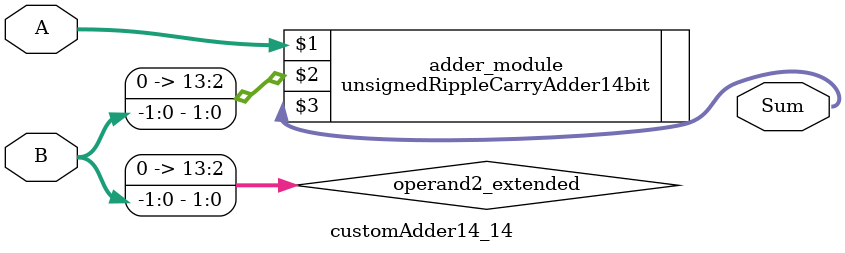
<source format=v>
module customAdder14_14(
                        input [13 : 0] A,
                        input [-1 : 0] B,
                        
                        output [14 : 0] Sum
                );

        wire [13 : 0] operand2_extended;
        
        assign operand2_extended =  {14'b0, B};
        
        unsignedRippleCarryAdder14bit adder_module(
            A,
            operand2_extended,
            Sum
        );
        
        endmodule
        
</source>
